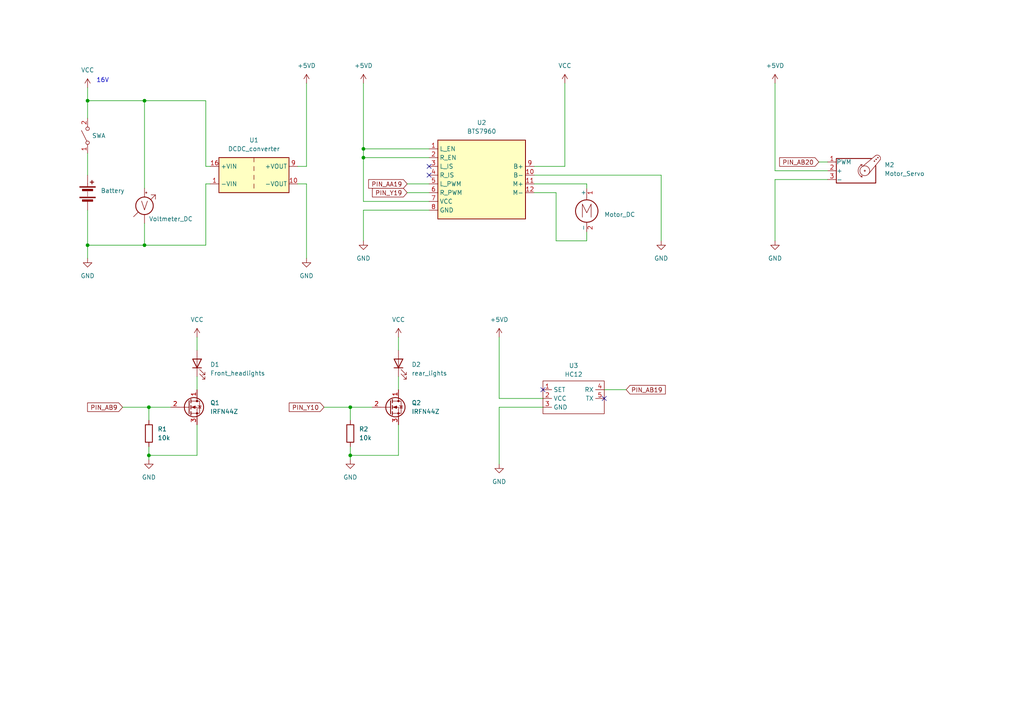
<source format=kicad_sch>
(kicad_sch (version 20230121) (generator eeschema)
  (paper "A4")
  (lib_symbols
    (symbol "Converter_DCDC:ATA00F18S-L"
      (property "Reference" "U1" (at 0 12.7 0))
      (property "Value" "DCDC_converter" (at 0 10.16 0))
      (symbol "ATA00F18S-L_0_1"
        (rectangle (start -10.16 7.62) (end 10.16 -2.54) (stroke (width 0.254)) (fill (type background)))
        (polyline (pts (xy 0 0) (xy 0 -1.27)))
        (polyline (pts (xy 0 2.54) (xy 0 1.27)))
        (polyline (pts (xy 0 5.08) (xy 0 3.81)))
        (polyline (pts (xy 0 7.62) (xy 0 6.35)))
      )
      (symbol "ATA00F18S-L_1_1"
        (pin power_in line (at -12.7 0 0) (length 2.54) (name "-VIN") (number "1"))
        (pin power_out line (at 12.7 0 180) (length 2.54) (name "-VOUT") (number "10"))
        (pin power_in line (at -12.7 5.08 0) (length 2.54) (name "+VIN") (number "16"))
        (pin power_out line (at 12.7 5.08 180) (length 2.54) (name "+VOUT") (number "9"))
      )
    )
    (symbol "Device:Battery" (pin_numbers hide) (pin_names (offset 0) hide)
      (property "Reference" "BT" (at 2.54 2.54 0))
      (property "Value" "Battery" (at 2.54 0 0))
      (symbol "Battery_0_1"
        (rectangle (start -2.286 -1.27) (end 2.286 -1.524) (fill (type outline)))
        (rectangle (start -2.286 1.778) (end 2.286 1.524) (fill (type outline)))
        (rectangle (start -1.524 -2.032) (end 1.524 -2.54) (fill (type outline)))
        (rectangle (start -1.524 1.016) (end 1.524 0.508) (fill (type outline)))
        (polyline (pts (xy 0 -1.016) (xy 0 -0.762)))
        (polyline (pts (xy 0 -0.508) (xy 0 -0.254)))
        (polyline (pts (xy 0 0) (xy 0 0.254)))
        (polyline (pts (xy 0 1.778) (xy 0 2.54)))
        (polyline (pts (xy 0.762 3.048) (xy 1.778 3.048)) (stroke (width 0.254)))
        (polyline (pts (xy 1.27 3.556) (xy 1.27 2.54)) (stroke (width 0.254)))
      )
      (symbol "Battery_1_1"
        (pin passive line (at 0 5.08 270) (length 2.54) (name "+") (number "1"))
        (pin passive line (at 0 -5.08 90) (length 2.54) (name "-") (number "2"))
      )
    )
    (symbol "Device:LED" (pin_numbers hide) (pin_names (offset 1.016) hide)
      (property "Reference" "D" (at 0 2.54 0))
      (property "Value" "LED" (at 0 -2.54 0))
      (symbol "LED_0_1"
        (polyline (pts (xy -1.27 -1.27) (xy -1.27 1.27)) (stroke (width 0.254)))
        (polyline (pts (xy -1.27 0) (xy 1.27 0)))
        (polyline (pts (xy 1.27 -1.27) (xy 1.27 1.27) (xy -1.27 0) (xy 1.27 -1.27)) (stroke (width 0.254)))
        (polyline (pts (xy -3.048 -0.762) (xy -4.572 -2.286) (xy -3.81 -2.286) (xy -4.572 -2.286) (xy -4.572 -1.524)))
        (polyline (pts (xy -1.778 -0.762) (xy -3.302 -2.286) (xy -2.54 -2.286) (xy -3.302 -2.286) (xy -3.302 -1.524)))
      )
      (symbol "LED_1_1"
        (pin passive line (at -3.81 0 0) (length 2.54) (name "K") (number "1"))
        (pin passive line (at 3.81 0 180) (length 2.54) (name "A") (number "2"))
      )
    )
    (symbol "Device:R" (pin_numbers hide) (pin_names (offset 0))
      (property "Reference" "R" (at 2.032 0 90))
      (property "Value" "R" (at 0 0 90))
      (symbol "R_0_1"
        (rectangle (start -1.016 -2.54) (end 1.016 2.54) (stroke (width 0.254)))
      )
      (symbol "R_1_1"
        (pin passive line (at 0 3.81 270) (length 1.27) (name "~") (number "1"))
        (pin passive line (at 0 -3.81 90) (length 1.27) (name "~") (number "2"))
      )
    )
    (symbol "Device:Voltmeter_DC" (pin_numbers hide) (pin_names (offset 0.0254) hide)
      (property "Reference" "MES" (at -3.302 1.016 0))
      (property "Value" "Voltmeter_DC" (at -3.302 -0.762 0))
      (symbol "Voltmeter_DC_0_0"
        (polyline (pts (xy -3.175 -3.175) (xy -1.905 -1.905)))
        (polyline (pts (xy 1.905 1.905) (xy 3.175 3.175)))
        (polyline (pts (xy 1.905 3.175) (xy 3.175 3.175) (xy 3.175 1.905)))
        (text "V" (at 0 0 0) (effects (font (size 2.54 2.54))))
      )
      (symbol "Voltmeter_DC_0_1"
        (polyline (pts (xy 0.254 3.81) (xy 0.762 3.81)))
        (polyline (pts (xy 0.508 4.064) (xy 0.508 3.556)))
        (circle (center 0 0) (radius 2.54) (stroke (width 0.254)))
      )
      (symbol "Voltmeter_DC_1_1"
        (pin passive line (at 0 -5.08 90) (length 2.54) (name "-") (number "1"))
        (pin passive line (at 0 5.08 270) (length 2.54) (name "+") (number "2"))
      )
    )
    (symbol "Driver_Motor:L293E"
      (property "Reference" "U" (at -11.43 11.43 0))
      (property "Value" "BTS7960" (at 8.89 11.43 0))
      (symbol "L293E_0_1"
        (rectangle (start -12.7 10.16) (end 12.7 -12.7) (stroke (width 0.254)) (fill (type background)))
      )
      (symbol "L293E_1_1"
        (pin input line (at -15.24 7.62 0) (length 2.54) (name "L_EN") (number "1"))
        (pin input line (at 15.24 0 180) (length 2.54) (name "B-") (number "10"))
        (pin output line (at 15.24 -2.54 180) (length 2.54) (name "M+") (number "11"))
        (pin output line (at 15.24 -5.08 180) (length 2.54) (name "M-") (number "12"))
        (pin input line (at -15.24 5.08 0) (length 2.54) (name "R_EN") (number "2"))
        (pin output line (at -15.24 2.54 0) (length 2.54) (name "L_IS") (number "3"))
        (pin passive line (at -15.24 0 0) (length 2.54) (name "R_IS") (number "4"))
        (pin passive line (at -15.24 -2.54 0) (length 2.54) (name "L_PWM") (number "5"))
        (pin output line (at -15.24 -5.08 0) (length 2.54) (name "R_PWM") (number "6"))
        (pin passive line (at -15.24 -7.62 0) (length 2.54) (name "VCC") (number "7"))
        (pin passive line (at -15.24 -10.16 0) (length 2.54) (name "GND") (number "8"))
        (pin input line (at 15.24 2.54 180) (length 2.54) (name "B+") (number "9"))
      )
    )
    (symbol "Motor:Motor_DC" (pin_names (offset 0))
      (property "Reference" "M" (at 2.54 2.54 0))
      (property "Value" "Motor_DC" (at 2.54 -5.08 0))
      (symbol "Motor_DC_0_0"
        (polyline (pts (xy -1.27 -3.302) (xy -1.27 0.508) (xy 0 -2.032) (xy 1.27 0.508) (xy 1.27 -3.302)))
      )
      (symbol "Motor_DC_0_1"
        (circle (center 0 -1.524) (radius 3.2512) (stroke (width 0.254)))
        (polyline (pts (xy 0 -7.62) (xy 0 -7.112)))
        (polyline (pts (xy 0 -4.7752) (xy 0 -5.1816)))
        (polyline (pts (xy 0 1.7272) (xy 0 2.0828)))
        (polyline (pts (xy 0 2.032) (xy 0 2.54)))
      )
      (symbol "Motor_DC_1_1"
        (pin passive line (at 0 5.08 270) (length 2.54) (name "+") (number "1"))
        (pin passive line (at 0 -7.62 90) (length 2.54) (name "-") (number "2"))
      )
    )
    (symbol "Motor:Motor_Servo" (pin_names (offset 0.0254))
      (property "Reference" "M" (at -5.08 4.445 0))
      (property "Value" "Motor_Servo" (at -5.08 -4.064 0))
      (symbol "Motor_Servo_0_1"
        (polyline (pts (xy 2.413 -1.778) (xy 2.032 -1.778)))
        (polyline (pts (xy 2.413 -1.778) (xy 2.286 -1.397)))
        (polyline (pts (xy 2.413 1.778) (xy 1.905 1.778)))
        (polyline (pts (xy 2.413 1.778) (xy 2.286 1.397)))
        (polyline (pts (xy 6.35 4.445) (xy 2.54 1.27)))
        (polyline (pts (xy 7.62 3.175) (xy 4.191 -1.016)))
        (polyline (pts (xy 5.08 3.556) (xy -5.08 3.556) (xy -5.08 -3.556) (xy 6.35 -3.556) (xy 6.35 1.524)) (stroke (width 0.254)))
        (arc (start 2.413 1.778) (mid 1.2406 0) (end 2.413 -1.778))
        (circle (center 3.175 0) (radius 0.1778))
        (circle (center 3.175 0) (radius 1.4224))
        (circle (center 5.969 2.794) (radius 0.127))
        (circle (center 6.477 3.302) (radius 0.127))
        (circle (center 6.985 3.81) (radius 0.127))
        (arc (start 7.62 3.175) (mid 7.4485 4.2735) (end 6.35 4.445))
      )
      (symbol "Motor_Servo_1_1"
        (pin passive line (at -7.62 2.54 0) (length 2.54) (name "PWM") (number "1"))
        (pin passive line (at -7.62 0 0) (length 2.54) (name "+") (number "2"))
        (pin passive line (at -7.62 -2.54 0) (length 2.54) (name "-") (number "3"))
      )
    )
    (symbol "Switch:SW_DPST_x2" (pin_names (offset 0) hide)
      (property "Reference" "SW" (at 0 3.175 0))
      (property "Value" "SW_DPST_x2" (at 0 -2.54 0))
      (symbol "SW_DPST_x2_0_0"
        (circle (center -2.032 0) (radius 0.508))
        (polyline (pts (xy -1.524 0.254) (xy 1.524 1.778)))
        (circle (center 2.032 0) (radius 0.508))
      )
      (symbol "SW_DPST_x2_1_1"
        (pin passive line (at -5.08 0 0) (length 2.54) (name "A") (number "1"))
        (pin passive line (at 5.08 0 180) (length 2.54) (name "B") (number "2"))
      )
      (symbol "SW_DPST_x2_2_1"
        (pin passive line (at -5.08 0 0) (length 2.54) (name "A") (number "3"))
        (pin passive line (at 5.08 0 180) (length 2.54) (name "B") (number "4"))
      )
    )
    (symbol "Transistor_FET:IRF40DM229" (pin_names hide)
      (property "Reference" "Q" (at 5.08 1.905 0))
      (property "Value" "IRF40DM229" (at 5.08 0 0))
      (symbol "IRF40DM229_0_1"
        (polyline (pts (xy 0.254 0) (xy -2.54 0)))
        (polyline (pts (xy 0.254 1.905) (xy 0.254 -1.905)) (stroke (width 0.254)))
        (polyline (pts (xy 0.762 -1.27) (xy 0.762 -2.286)) (stroke (width 0.254)))
        (polyline (pts (xy 0.762 0.508) (xy 0.762 -0.508)) (stroke (width 0.254)))
        (polyline (pts (xy 0.762 2.286) (xy 0.762 1.27)) (stroke (width 0.254)))
        (polyline (pts (xy 2.54 2.54) (xy 2.54 1.778)))
        (polyline (pts (xy 2.54 -2.54) (xy 2.54 0) (xy 0.762 0)))
        (polyline (pts (xy 0.762 -1.778) (xy 3.302 -1.778) (xy 3.302 1.778) (xy 0.762 1.778)))
        (polyline (pts (xy 1.016 0) (xy 2.032 0.381) (xy 2.032 -0.381) (xy 1.016 0)) (fill (type outline)))
        (polyline (pts (xy 2.794 0.508) (xy 2.921 0.381) (xy 3.683 0.381) (xy 3.81 0.254)))
        (polyline (pts (xy 3.302 0.381) (xy 2.921 -0.254) (xy 3.683 -0.254) (xy 3.302 0.381)))
        (circle (center 1.651 0) (radius 2.794) (stroke (width 0.254)))
        (circle (center 2.54 -1.778) (radius 0.254) (fill (type outline)))
        (circle (center 2.54 1.778) (radius 0.254) (fill (type outline)))
      )
      (symbol "IRF40DM229_1_1"
        (pin passive line (at 2.54 5.08 270) (length 2.54) (name "D") (number "1"))
        (pin input line (at -5.08 0 0) (length 2.54) (name "G") (number "2"))
        (pin passive line (at 2.54 -5.08 90) (length 2.54) (name "S") (number "3"))
      )
    )
    (symbol "fpga_components:HC12"
      (property "Reference" "U3" (at 0 9.525 0))
      (property "Value" "HC12" (at 0 6.985 0))
      (symbol "HC12_0_1"
        (rectangle (start -8.89 5.08) (end 8.89 -4.445))
      )
      (symbol "HC12_1_1"
        (pin input line (at -8.89 2.54 0) (length 2.54) (name "SET") (number "1"))
        (pin input line (at -8.89 0 0) (length 2.54) (name "VCC") (number "2"))
        (pin input line (at -8.89 -2.54 0) (length 2.54) (name "GND") (number "3"))
        (pin output line (at 8.89 2.54 180) (length 2.54) (name "RX") (number "4"))
        (pin input line (at 8.89 0 180) (length 2.54) (name "TX") (number "5"))
      )
    )
    (symbol "power:+5VD" (power) (pin_names (offset 0))
      (property "Value" "+5VD" (at 0 3.556 0))
      (symbol "+5VD_0_1"
        (polyline (pts (xy -0.762 1.27) (xy 0 2.54)))
        (polyline (pts (xy 0 0) (xy 0 2.54)))
        (polyline (pts (xy 0 2.54) (xy 0.762 1.27)))
      )
      (symbol "+5VD_1_1"
        (pin power_in line (at 0 0 90) (length 0) hide (name "+5VD") (number "1"))
      )
    )
    (symbol "power:GND" (power) (pin_names (offset 0))
      (property "Value" "GND" (at 0 -3.81 0))
      (symbol "GND_0_1"
        (polyline (pts (xy 0 0) (xy 0 -1.27) (xy 1.27 -1.27) (xy 0 -2.54) (xy -1.27 -1.27) (xy 0 -1.27)))
      )
      (symbol "GND_1_1"
        (pin power_in line (at 0 0 270) (length 0) hide (name "GND") (number "1"))
      )
    )
    (symbol "power:VCC" (power) (pin_names (offset 0))
      (property "Value" "VCC" (at 0 3.81 0))
      (symbol "VCC_0_1"
        (polyline (pts (xy -0.762 1.27) (xy 0 2.54)))
        (polyline (pts (xy 0 0) (xy 0 2.54)))
        (polyline (pts (xy 0 2.54) (xy 0.762 1.27)))
      )
      (symbol "VCC_1_1"
        (pin power_in line (at 0 0 90) (length 0) hide (name "VCC") (number "1"))
      )
    )
  )
  (junction (at 41.91 29.21))
  (junction (at 25.4 29.21))
  (junction (at 101.6 132.08))
  (junction (at 101.6 118.11))
  (junction (at 43.18 132.08))
  (junction (at 105.41 43.18))
  (junction (at 105.41 45.72))
  (junction (at 25.4 71.12))
  (junction (at 41.91 71.12))
  (junction (at 43.18 118.11))
  (no_connect (at 175.26 115.57))
  (no_connect (at 157.48 113.03))
  (no_connect (at 124.46 50.8))
  (no_connect (at 124.46 48.26))
  (wire (pts (xy 154.94 55.88) (xy 161.29 55.88)))
  (wire (pts (xy 105.41 43.18) (xy 105.41 45.72)))
  (wire (pts (xy 170.18 53.34) (xy 154.94 53.34)))
  (wire (pts (xy 118.11 53.34) (xy 124.46 53.34)))
  (wire (pts (xy 191.77 69.85) (xy 191.77 50.8)))
  (wire (pts (xy 41.91 71.12) (xy 59.69 71.12)))
  (wire (pts (xy 59.69 48.26) (xy 60.96 48.26)))
  (wire (pts (xy 237.49 46.99) (xy 240.03 46.99)))
  (wire (pts (xy 175.26 113.03) (xy 181.61 113.03)))
  (wire (pts (xy 101.6 129.54) (xy 101.6 132.08)))
  (wire (pts (xy 115.57 132.08) (xy 101.6 132.08)))
  (wire (pts (xy 93.98 118.11) (xy 101.6 118.11)))
  (wire (pts (xy 105.41 60.96) (xy 124.46 60.96)))
  (wire (pts (xy 59.69 53.34) (xy 60.96 53.34)))
  (wire (pts (xy 25.4 60.96) (xy 25.4 71.12)))
  (wire (pts (xy 240.03 49.53) (xy 224.79 49.53)))
  (wire (pts (xy 57.15 109.22) (xy 57.15 113.03)))
  (wire (pts (xy 43.18 132.08) (xy 43.18 133.35)))
  (wire (pts (xy 88.9 48.26) (xy 86.36 48.26)))
  (wire (pts (xy 25.4 71.12) (xy 25.4 74.93)))
  (wire (pts (xy 105.41 45.72) (xy 124.46 45.72)))
  (wire (pts (xy 105.41 69.85) (xy 105.41 60.96)))
  (wire (pts (xy 144.78 134.62) (xy 144.78 118.11)))
  (wire (pts (xy 43.18 129.54) (xy 43.18 132.08)))
  (wire (pts (xy 115.57 109.22) (xy 115.57 113.03)))
  (wire (pts (xy 191.77 50.8) (xy 154.94 50.8)))
  (wire (pts (xy 41.91 29.21) (xy 41.91 54.61)))
  (wire (pts (xy 57.15 123.19) (xy 57.15 132.08)))
  (wire (pts (xy 224.79 69.85) (xy 224.79 52.07)))
  (wire (pts (xy 25.4 29.21) (xy 25.4 34.29)))
  (wire (pts (xy 105.41 45.72) (xy 105.41 58.42)))
  (wire (pts (xy 101.6 132.08) (xy 101.6 133.35)))
  (wire (pts (xy 170.18 53.34) (xy 170.18 54.61)))
  (wire (pts (xy 101.6 118.11) (xy 101.6 121.92)))
  (wire (pts (xy 59.69 71.12) (xy 59.69 53.34)))
  (wire (pts (xy 157.48 115.57) (xy 144.78 115.57)))
  (wire (pts (xy 43.18 118.11) (xy 49.53 118.11)))
  (wire (pts (xy 57.15 132.08) (xy 43.18 132.08)))
  (wire (pts (xy 170.18 69.85) (xy 161.29 69.85)))
  (wire (pts (xy 25.4 44.45) (xy 25.4 50.8)))
  (wire (pts (xy 144.78 118.11) (xy 157.48 118.11)))
  (wire (pts (xy 163.83 48.26) (xy 154.94 48.26)))
  (wire (pts (xy 59.69 29.21) (xy 41.91 29.21)))
  (wire (pts (xy 88.9 24.13) (xy 88.9 48.26)))
  (wire (pts (xy 115.57 97.79) (xy 115.57 101.6)))
  (wire (pts (xy 35.56 118.11) (xy 43.18 118.11)))
  (wire (pts (xy 25.4 71.12) (xy 41.91 71.12)))
  (wire (pts (xy 88.9 53.34) (xy 86.36 53.34)))
  (wire (pts (xy 41.91 64.77) (xy 41.91 71.12)))
  (wire (pts (xy 144.78 115.57) (xy 144.78 97.79)))
  (wire (pts (xy 118.11 55.88) (xy 124.46 55.88)))
  (wire (pts (xy 105.41 24.13) (xy 105.41 43.18)))
  (wire (pts (xy 224.79 24.13) (xy 224.79 49.53)))
  (wire (pts (xy 161.29 55.88) (xy 161.29 69.85)))
  (wire (pts (xy 41.91 29.21) (xy 25.4 29.21)))
  (wire (pts (xy 57.15 97.79) (xy 57.15 101.6)))
  (wire (pts (xy 59.69 48.26) (xy 59.69 29.21)))
  (wire (pts (xy 163.83 24.13) (xy 163.83 48.26)))
  (wire (pts (xy 43.18 118.11) (xy 43.18 121.92)))
  (wire (pts (xy 25.4 25.4) (xy 25.4 29.21)))
  (wire (pts (xy 105.41 43.18) (xy 124.46 43.18)))
  (wire (pts (xy 170.18 67.31) (xy 170.18 69.85)))
  (wire (pts (xy 115.57 123.19) (xy 115.57 132.08)))
  (wire (pts (xy 101.6 118.11) (xy 107.95 118.11)))
  (wire (pts (xy 88.9 74.93) (xy 88.9 53.34)))
  (wire (pts (xy 224.79 52.07) (xy 240.03 52.07)))
  (wire (pts (xy 105.41 58.42) (xy 124.46 58.42)))
  (text "16V" (at 27.94 24.13 0) (effects (font (size 1.27 1.27)) (justify left bottom)))
  (global_label "PIN_Y19" (shape input) (at 118.11 55.88 180) (property "Intersheetrefs" "${INTERSHEET_REFS}" (effects hide)))
  (global_label "PIN_Y10" (shape input) (at 93.98 118.11 180) (property "Intersheetrefs" "${INTERSHEET_REFS}" (effects hide)))
  (global_label "PIN_AB20" (shape input) (at 237.49 46.99 180) (property "Intersheetrefs" "${INTERSHEET_REFS}" (effects hide)))
  (global_label "PIN_AA19" (shape input) (at 118.11 53.34 180) (property "Intersheetrefs" "${INTERSHEET_REFS}" (effects hide)))
  (global_label "PIN_AB19" (shape input) (at 181.61 113.03 0) (property "Intersheetrefs" "${INTERSHEET_REFS}" (effects hide)))
  (global_label "PIN_AB9" (shape input) (at 35.56 118.11 180) (property "Intersheetrefs" "${INTERSHEET_REFS}" (effects hide)))
  (symbol (lib_id "Device:R") (at 43.18 125.73 0) (unit 1)
    (property "Reference" "R1" (at 45.72 124.46 0) (effects (justify left)))
    (property "Value" "10k" (at 45.72 127 0) (effects (justify left)))
  )
  (symbol (lib_id "Device:Battery") (at 25.4 55.88 0) (unit 1)
    (property "Reference" "Battery" (at 29.21 55.3085 0) (effects (justify left)))
    (property "Value" "Battery" (effects hide))
  )
  (symbol (lib_id "Device:LED") (at 57.15 105.41 90) (unit 1)
    (property "Reference" "D1" (at 60.96 105.7275 90) (effects (justify right)))
    (property "Value" "Front_headlights" (at 60.96 108.2675 90) (effects (justify right)))
  )
  (symbol (lib_id "Converter_DCDC:ATA00F18S-L") (at 73.66 53.34 0) (unit 1)
    (property "Reference" "U1" (at 73.66 40.64 0))
    (property "Value" "DCDC_converter" (at 73.66 43.18 0))
    (property "Footprint" "Converter_DCDC:Converter_DCDC_Artesyn_ATA_SMD" (effects hide))
    (property "Datasheet" "https://www.artesyn.com/power/assets/ata_series_ds_01apr2015_79c25814fd.pdf" (effects hide))
  )
  (symbol (lib_id "power:GND") (at 224.79 69.85 0) (unit 1)
    (property "Reference" "#PWR011" (effects hide))
    (property "Value" "GND" (at 224.79 74.93 0))
  )
  (symbol (lib_id "power:GND") (at 101.6 133.35 0) (unit 1)
    (property "Reference" "#PWR013" (effects hide))
    (property "Value" "GND" (at 101.6 138.43 0))
  )
  (symbol (lib_id "power:VCC") (at 115.57 97.79 0) (unit 1)
    (property "Reference" "#PWR014" (effects hide))
    (property "Value" "VCC" (at 115.57 92.71 0))
  )
  (symbol (lib_id "Transistor_FET:IRF40DM229") (at 54.61 118.11 0) (unit 1)
    (property "Reference" "Q1" (at 60.96 116.84 0) (effects (justify left)))
    (property "Value" "IRFN44Z" (at 60.96 119.38 0) (effects (justify left)))
    (property "Footprint" "Package_DirectFET:DirectFET_MF" (effects hide))
    (property "Datasheet" "https://www.infineon.com/dgdl/Infineon-IRF40DM229-DS-v02_00-EN.pdf?fileId=5546d462557e6e890155a15c899160ea" (effects hide))
  )
  (symbol (lib_id "Device:LED") (at 115.57 105.41 90) (unit 1)
    (property "Reference" "D2" (at 119.38 105.7275 90) (effects (justify right)))
    (property "Value" "rear_lights" (at 119.38 108.2675 90) (effects (justify right)))
  )
  (symbol (lib_id "Driver_Motor:L293E") (at 139.7 50.8 0) (unit 1)
    (property "Reference" "U2" (at 139.7 35.56 0))
    (property "Value" "BTS7960" (at 139.7 38.1 0))
    (property "Footprint" "Package_DIP:DIP-20_W7.62mm" (effects hide))
    (property "Datasheet" "https://www.st.com/resource/en/datasheet/l293e.pdf" (effects hide))
  )
  (symbol (lib_id "power:GND") (at 88.9 74.93 0) (unit 1)
    (property "Reference" "#PWR05" (effects hide))
    (property "Value" "GND" (at 88.9 80.01 0))
  )
  (symbol (lib_id "power:GND") (at 105.41 69.85 0) (unit 1)
    (property "Reference" "#PWR07" (effects hide))
    (property "Value" "GND" (at 105.41 74.93 0))
  )
  (symbol (lib_id "Device:R") (at 101.6 125.73 0) (unit 1)
    (property "Reference" "R2" (at 104.14 124.46 0) (effects (justify left)))
    (property "Value" "10k" (at 104.14 127 0) (effects (justify left)))
  )
  (symbol (lib_id "power:VCC") (at 163.83 24.13 0) (unit 1)
    (property "Reference" "#PWR08" (effects hide))
    (property "Value" "VCC" (at 163.83 19.05 0))
  )
  (symbol (lib_id "power:VCC") (at 25.4 25.4 0) (unit 1)
    (property "Reference" "#PWR03" (effects hide))
    (property "Value" "VCC" (at 25.4 20.32 0))
  )
  (symbol (lib_id "power:+5VD") (at 144.78 97.79 0) (unit 1)
    (property "Reference" "#PWR015" (effects hide))
    (property "Value" "+5VD" (at 144.78 92.71 0))
  )
  (symbol (lib_id "power:GND") (at 144.78 134.62 0) (unit 1)
    (property "Reference" "#PWR016" (effects hide))
    (property "Value" "GND" (at 144.78 139.7 0))
  )
  (symbol (lib_id "power:GND") (at 43.18 133.35 0) (unit 1)
    (property "Reference" "#PWR01" (effects hide))
    (property "Value" "GND" (at 43.18 138.43 0))
  )
  (symbol (lib_id "power:+5VD") (at 105.41 24.13 0) (unit 1)
    (property "Reference" "#PWR04" (effects hide))
    (property "Value" "+5VD" (at 105.41 19.05 0))
  )
  (symbol (lib_id "power:GND") (at 191.77 69.85 0) (unit 1)
    (property "Reference" "#PWR09" (effects hide))
    (property "Value" "GND" (at 191.77 74.93 0))
  )
  (symbol (lib_id "power:+5VD") (at 88.9 24.13 0) (unit 1)
    (property "Reference" "#PWR06" (effects hide))
    (property "Value" "+5VD" (at 88.9 19.05 0))
  )
  (symbol (lib_id "power:GND") (at 25.4 74.93 0) (unit 1)
    (property "Reference" "#PWR02" (effects hide))
    (property "Value" "GND" (at 25.4 80.01 0))
  )
  (symbol (lib_id "Motor:Motor_DC") (at 170.18 59.69 0) (unit 1)
    (property "Reference" "M1" (effects hide))
    (property "Value" "Motor_DC" (at 175.26 62.23 0) (effects (justify left)))
  )
  (symbol (lib_id "fpga_components:HC12") (at 166.37 115.57 0) (unit 1)
    (property "Reference" "U3" (at 166.37 106.045 0))
    (property "Value" "HC12" (at 166.37 108.585 0))
  )
  (symbol (lib_id "Motor:Motor_Servo") (at 247.65 49.53 0) (unit 1)
    (property "Reference" "M2" (at 256.54 47.8266 0) (effects (justify left)))
    (property "Value" "Motor_Servo" (at 256.54 50.3666 0) (effects (justify left)))
    (property "Datasheet" "http://forums.parallax.com/uploads/attachments/46831/74481.png" (effects hide))
  )
  (symbol (lib_id "Device:Voltmeter_DC") (at 41.91 59.69 0) (unit 1)
    (property "Reference" "MES?" (effects hide))
    (property "Value" "Voltmeter_DC" (at 43.18 63.5 0) (effects (justify left)))
  )
  (symbol (lib_id "power:+5VD") (at 224.79 24.13 0) (unit 1)
    (property "Reference" "#PWR010" (effects hide))
    (property "Value" "+5VD" (at 224.79 19.05 0))
  )
  (symbol (lib_id "Switch:SW_DPST_x2") (at 25.4 39.37 90) (unit 1)
    (property "Reference" "SW" (at 26.67 39.37 90) (effects (justify right)))
    (property "Value" "SW_DPST_x2" (effects hide))
  )
  (symbol (lib_id "Transistor_FET:IRF40DM229") (at 113.03 118.11 0) (unit 1)
    (property "Reference" "Q2" (at 119.38 116.84 0) (effects (justify left)))
    (property "Value" "IRFN44Z" (at 119.38 119.38 0) (effects (justify left)))
    (property "Footprint" "Package_DirectFET:DirectFET_MF" (effects hide))
    (property "Datasheet" "https://www.infineon.com/dgdl/Infineon-IRF40DM229-DS-v02_00-EN.pdf?fileId=5546d462557e6e890155a15c899160ea" (effects hide))
  )
  (symbol (lib_id "power:VCC") (at 57.15 97.79 0) (unit 1)
    (property "Reference" "#PWR012" (effects hide))
    (property "Value" "VCC" (at 57.15 92.71 0))
  )
)
</source>
